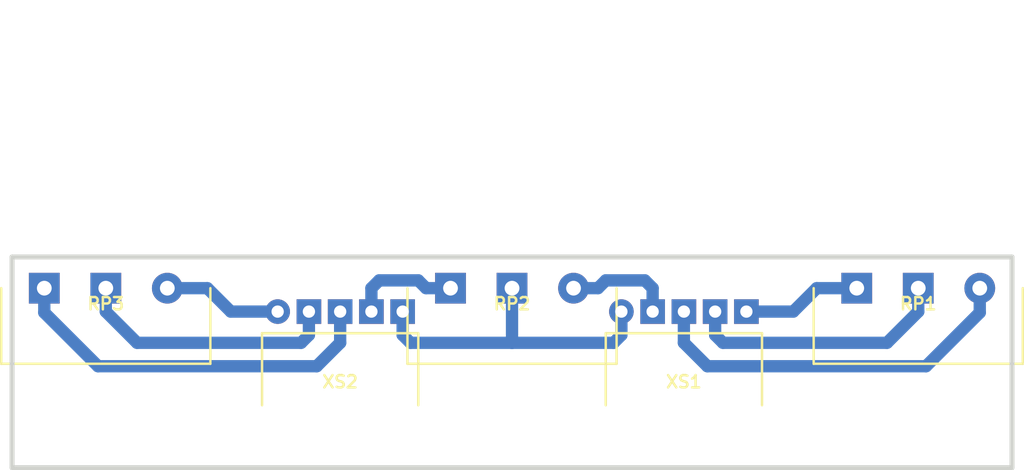
<source format=kicad_pcb>
(kicad_pcb (version 20171130) (host pcbnew 5.1.12-84ad8e8a86~92~ubuntu20.04.1)

  (general
    (thickness 1.6)
    (drawings 4)
    (tracks 43)
    (zones 0)
    (modules 5)
    (nets 10)
  )

  (page A4 portrait)
  (title_block
    (title ТКП-1.20.A-3)
    (date 2023-12-09)
    (rev 1A)
    (company "Salty Phaser Potentiometer Board [REV1A]")
    (comment 1 http://github.com/Adept666)
    (comment 2 "Igor Ivanov (Игорь Иванов)")
    (comment 3 -ТТКРЧПДЛ-)
    (comment 4 "This project is licensed under GNU General Public License v3.0 or later")
  )

  (layers
    (0 F.Cu jumper)
    (31 B.Cu signal)
    (38 B.Mask user)
    (44 Edge.Cuts user)
    (45 Margin user)
    (46 B.CrtYd user)
    (47 F.CrtYd user)
    (49 F.Fab user)
  )

  (setup
    (last_trace_width 1)
    (user_trace_width 0.6)
    (trace_clearance 0)
    (zone_clearance 0.6)
    (zone_45_only no)
    (trace_min 0.2)
    (via_size 2)
    (via_drill 1)
    (via_min_size 0.4)
    (via_min_drill 0.3)
    (uvia_size 0.3)
    (uvia_drill 0.1)
    (uvias_allowed no)
    (uvia_min_size 0)
    (uvia_min_drill 0)
    (edge_width 0.4)
    (segment_width 0.2)
    (pcb_text_width 0.3)
    (pcb_text_size 1.5 1.5)
    (mod_edge_width 0.15)
    (mod_text_size 1 1)
    (mod_text_width 0.15)
    (pad_size 1.6 1.8)
    (pad_drill 0)
    (pad_to_mask_clearance 0.2)
    (solder_mask_min_width 0.1)
    (aux_axis_origin 0 0)
    (visible_elements 7FFFFFFF)
    (pcbplotparams
      (layerselection 0x20000_7ffffffe)
      (usegerberextensions false)
      (usegerberattributes false)
      (usegerberadvancedattributes false)
      (creategerberjobfile false)
      (excludeedgelayer false)
      (linewidth 0.100000)
      (plotframeref true)
      (viasonmask false)
      (mode 1)
      (useauxorigin false)
      (hpglpennumber 1)
      (hpglpenspeed 20)
      (hpglpendiameter 15.000000)
      (psnegative false)
      (psa4output false)
      (plotreference false)
      (plotvalue true)
      (plotinvisibletext false)
      (padsonsilk true)
      (subtractmaskfromsilk false)
      (outputformat 4)
      (mirror false)
      (drillshape 0)
      (scaleselection 1)
      (outputdirectory ""))
  )

  (net 0 "")
  (net 1 "Net-(RP1-Pad3)")
  (net 2 "Net-(RP1-Pad1)")
  (net 3 "Net-(RP1-Pad2)")
  (net 4 "Net-(RP2-Pad3)")
  (net 5 "Net-(RP2-Pad1)")
  (net 6 "Net-(RP2-Pad2)")
  (net 7 "Net-(RP3-Pad3)")
  (net 8 "Net-(RP3-Pad1)")
  (net 9 "Net-(RP3-Pad2)")

  (net_class Default "This is the default net class."
    (clearance 0)
    (trace_width 1)
    (via_dia 2)
    (via_drill 1)
    (uvia_dia 0.3)
    (uvia_drill 0.1)
    (add_net "Net-(RP1-Pad1)")
    (add_net "Net-(RP1-Pad2)")
    (add_net "Net-(RP1-Pad3)")
    (add_net "Net-(RP2-Pad1)")
    (add_net "Net-(RP2-Pad2)")
    (add_net "Net-(RP2-Pad3)")
    (add_net "Net-(RP3-Pad1)")
    (add_net "Net-(RP3-Pad2)")
    (add_net "Net-(RP3-Pad3)")
  )

  (module KCL-TH-SL:RP-PDB181-K-20-P (layer F.Cu) (tedit 60030E39) (tstamp 608AEE6A)
    (at 138.43 142.875 180)
    (path /60859B26)
    (fp_text reference RP1 (at 0 -1.27 180) (layer F.SilkS)
      (effects (font (size 1 1) (thickness 0.2)))
    )
    (fp_text value "RP1: B500K" (at 0 -1.27 180) (layer F.Fab)
      (effects (font (size 1 1) (thickness 0.2)))
    )
    (fp_line (start -7.3 3.35) (end -7.3 5.35) (layer F.Fab) (width 0.2))
    (fp_line (start -8.5 3.35) (end -8.5 5.35) (layer F.Fab) (width 0.2))
    (fp_line (start -8.5 5.35) (end -7.366 5.35) (layer F.Fab) (width 0.2))
    (fp_line (start 8.5 -6.15) (end 8.5 23.35) (layer F.CrtYd) (width 0.1))
    (fp_line (start -8.5 -6.15) (end -8.5 23.35) (layer F.CrtYd) (width 0.1))
    (fp_line (start -8.5 23.35) (end 8.5 23.35) (layer F.CrtYd) (width 0.1))
    (fp_line (start -8.5 -6.15) (end 8.5 -6.15) (layer F.CrtYd) (width 0.1))
    (fp_line (start 8.5 -6.15) (end 8.5 0) (layer F.SilkS) (width 0.2))
    (fp_line (start -8.5 -6.15) (end -8.5 0) (layer F.SilkS) (width 0.2))
    (fp_line (start -8.5 -6.15) (end 8.5 -6.15) (layer F.SilkS) (width 0.2))
    (fp_line (start -3.5 9.85) (end 3.5 9.85) (layer F.Fab) (width 0.2))
    (fp_line (start 3 9.85) (end 3 23.35) (layer F.Fab) (width 0.2))
    (fp_line (start -3 9.85) (end -3 23.35) (layer F.Fab) (width 0.2))
    (fp_line (start 3.5 3.35) (end 3.5 9.85) (layer F.Fab) (width 0.2))
    (fp_line (start -3.5 3.35) (end -3.5 9.85) (layer F.Fab) (width 0.2))
    (fp_line (start 8.5 -6.15) (end 8.5 3.35) (layer F.Fab) (width 0.2))
    (fp_line (start -8.5 -6.15) (end -8.5 3.35) (layer F.Fab) (width 0.2))
    (fp_line (start -3 23.35) (end 3 23.35) (layer F.Fab) (width 0.2))
    (fp_line (start -8.5 3.35) (end 8.5 3.35) (layer F.Fab) (width 0.2))
    (fp_line (start -8.5 -6.15) (end 8.5 -6.15) (layer F.Fab) (width 0.2))
    (pad 2 thru_hole rect (at 0 0 180) (size 2.5 2.5) (drill 1.2) (layers B.Cu B.Mask)
      (net 3 "Net-(RP1-Pad2)"))
    (pad 1 thru_hole circle (at -5 0 180) (size 2.5 2.5) (drill 1.2) (layers B.Cu B.Mask)
      (net 2 "Net-(RP1-Pad1)"))
    (pad 3 thru_hole rect (at 5 0 180) (size 2.5 2.5) (drill 1.2) (layers B.Cu B.Mask)
      (net 1 "Net-(RP1-Pad3)"))
  )

  (module KCL-TH-SL:RP-PDB181-K-20-P (layer F.Cu) (tedit 60030E39) (tstamp 5FE6D9E5)
    (at 105.41 142.875 180)
    (path /5FE7A122)
    (fp_text reference RP2 (at 0 -1.27 180) (layer F.SilkS)
      (effects (font (size 1 1) (thickness 0.2)))
    )
    (fp_text value "RP2: A1K" (at 0 -1.27 180) (layer F.Fab)
      (effects (font (size 1 1) (thickness 0.2)))
    )
    (fp_line (start -8.5 -6.15) (end 8.5 -6.15) (layer F.Fab) (width 0.2))
    (fp_line (start -8.5 3.35) (end 8.5 3.35) (layer F.Fab) (width 0.2))
    (fp_line (start -3 23.35) (end 3 23.35) (layer F.Fab) (width 0.2))
    (fp_line (start -8.5 -6.15) (end -8.5 3.35) (layer F.Fab) (width 0.2))
    (fp_line (start 8.5 -6.15) (end 8.5 3.35) (layer F.Fab) (width 0.2))
    (fp_line (start -3.5 3.35) (end -3.5 9.85) (layer F.Fab) (width 0.2))
    (fp_line (start 3.5 3.35) (end 3.5 9.85) (layer F.Fab) (width 0.2))
    (fp_line (start -3 9.85) (end -3 23.35) (layer F.Fab) (width 0.2))
    (fp_line (start 3 9.85) (end 3 23.35) (layer F.Fab) (width 0.2))
    (fp_line (start -3.5 9.85) (end 3.5 9.85) (layer F.Fab) (width 0.2))
    (fp_line (start -8.5 -6.15) (end 8.5 -6.15) (layer F.SilkS) (width 0.2))
    (fp_line (start -8.5 -6.15) (end -8.5 0) (layer F.SilkS) (width 0.2))
    (fp_line (start 8.5 -6.15) (end 8.5 0) (layer F.SilkS) (width 0.2))
    (fp_line (start -8.5 -6.15) (end 8.5 -6.15) (layer F.CrtYd) (width 0.1))
    (fp_line (start -8.5 23.35) (end 8.5 23.35) (layer F.CrtYd) (width 0.1))
    (fp_line (start -8.5 -6.15) (end -8.5 23.35) (layer F.CrtYd) (width 0.1))
    (fp_line (start 8.5 -6.15) (end 8.5 23.35) (layer F.CrtYd) (width 0.1))
    (fp_line (start -8.5 5.35) (end -7.366 5.35) (layer F.Fab) (width 0.2))
    (fp_line (start -8.5 3.35) (end -8.5 5.35) (layer F.Fab) (width 0.2))
    (fp_line (start -7.3 3.35) (end -7.3 5.35) (layer F.Fab) (width 0.2))
    (pad 3 thru_hole rect (at 5 0 180) (size 2.5 2.5) (drill 1.2) (layers B.Cu B.Mask)
      (net 4 "Net-(RP2-Pad3)"))
    (pad 1 thru_hole circle (at -5 0 180) (size 2.5 2.5) (drill 1.2) (layers B.Cu B.Mask)
      (net 5 "Net-(RP2-Pad1)"))
    (pad 2 thru_hole rect (at 0 0 180) (size 2.5 2.5) (drill 1.2) (layers B.Cu B.Mask)
      (net 6 "Net-(RP2-Pad2)"))
  )

  (module KCL-TH-SL:RP-PDB181-K-20-P (layer F.Cu) (tedit 60030E39) (tstamp 608AEDE7)
    (at 72.39 142.875 180)
    (path /60857FB0)
    (fp_text reference RP3 (at 0 -1.27 180) (layer F.SilkS)
      (effects (font (size 1 1) (thickness 0.2)))
    )
    (fp_text value "RP3: B100K" (at 0 -1.27 180) (layer F.Fab)
      (effects (font (size 1 1) (thickness 0.2)))
    )
    (fp_line (start -8.5 -6.15) (end 8.5 -6.15) (layer F.Fab) (width 0.2))
    (fp_line (start -8.5 3.35) (end 8.5 3.35) (layer F.Fab) (width 0.2))
    (fp_line (start -3 23.35) (end 3 23.35) (layer F.Fab) (width 0.2))
    (fp_line (start -8.5 -6.15) (end -8.5 3.35) (layer F.Fab) (width 0.2))
    (fp_line (start 8.5 -6.15) (end 8.5 3.35) (layer F.Fab) (width 0.2))
    (fp_line (start -3.5 3.35) (end -3.5 9.85) (layer F.Fab) (width 0.2))
    (fp_line (start 3.5 3.35) (end 3.5 9.85) (layer F.Fab) (width 0.2))
    (fp_line (start -3 9.85) (end -3 23.35) (layer F.Fab) (width 0.2))
    (fp_line (start 3 9.85) (end 3 23.35) (layer F.Fab) (width 0.2))
    (fp_line (start -3.5 9.85) (end 3.5 9.85) (layer F.Fab) (width 0.2))
    (fp_line (start -8.5 -6.15) (end 8.5 -6.15) (layer F.SilkS) (width 0.2))
    (fp_line (start -8.5 -6.15) (end -8.5 0) (layer F.SilkS) (width 0.2))
    (fp_line (start 8.5 -6.15) (end 8.5 0) (layer F.SilkS) (width 0.2))
    (fp_line (start -8.5 -6.15) (end 8.5 -6.15) (layer F.CrtYd) (width 0.1))
    (fp_line (start -8.5 23.35) (end 8.5 23.35) (layer F.CrtYd) (width 0.1))
    (fp_line (start -8.5 -6.15) (end -8.5 23.35) (layer F.CrtYd) (width 0.1))
    (fp_line (start 8.5 -6.15) (end 8.5 23.35) (layer F.CrtYd) (width 0.1))
    (fp_line (start -8.5 5.35) (end -7.366 5.35) (layer F.Fab) (width 0.2))
    (fp_line (start -8.5 3.35) (end -8.5 5.35) (layer F.Fab) (width 0.2))
    (fp_line (start -7.3 3.35) (end -7.3 5.35) (layer F.Fab) (width 0.2))
    (pad 3 thru_hole rect (at 5 0 180) (size 2.5 2.5) (drill 1.2) (layers B.Cu B.Mask)
      (net 7 "Net-(RP3-Pad3)"))
    (pad 1 thru_hole circle (at -5 0 180) (size 2.5 2.5) (drill 1.2) (layers B.Cu B.Mask)
      (net 8 "Net-(RP3-Pad1)"))
    (pad 2 thru_hole rect (at 0 0 180) (size 2.5 2.5) (drill 1.2) (layers B.Cu B.Mask)
      (net 9 "Net-(RP3-Pad2)"))
  )

  (module KCL-TH-SL:CON-PBS-05R (layer F.Cu) (tedit 62D29120) (tstamp 6083D2A8)
    (at 119.38 144.78)
    (path /60031E05)
    (fp_text reference XS1 (at 0 5.715) (layer F.SilkS)
      (effects (font (size 1 1) (thickness 0.2)))
    )
    (fp_text value PBS-05R (at 0 5.715) (layer F.Fab)
      (effects (font (size 1 1) (thickness 0.2)))
    )
    (fp_line (start 6.35 -0.5) (end 6.35 10.16) (layer F.CrtYd) (width 0.1))
    (fp_line (start -6.35 -0.5) (end -6.35 10.16) (layer F.CrtYd) (width 0.1))
    (fp_line (start -6.35 10.16) (end 6.35 10.16) (layer F.CrtYd) (width 0.1))
    (fp_line (start -6.35 -0.5) (end 6.35 -0.5) (layer F.CrtYd) (width 0.1))
    (fp_line (start 6.35 1.76) (end 6.35 7.62) (layer F.SilkS) (width 0.2))
    (fp_line (start -6.35 1.76) (end -6.35 7.62) (layer F.SilkS) (width 0.2))
    (fp_line (start -6.35 1.76) (end 6.35 1.76) (layer F.SilkS) (width 0.2))
    (fp_line (start -6.35 1.76) (end 6.35 1.76) (layer F.Fab) (width 0.2))
    (fp_line (start -6.35 10.16) (end 6.35 10.16) (layer F.Fab) (width 0.2))
    (fp_line (start -6.35 1.76) (end -6.35 10.16) (layer F.Fab) (width 0.2))
    (fp_line (start 6.35 1.76) (end 6.35 10.16) (layer F.Fab) (width 0.2))
    (pad 5 thru_hole rect (at 5.08 0) (size 2 2) (drill 1) (layers B.Cu B.Mask)
      (net 1 "Net-(RP1-Pad3)"))
    (pad 4 thru_hole rect (at 2.54 0) (size 2 2) (drill 1) (layers B.Cu B.Mask)
      (net 3 "Net-(RP1-Pad2)"))
    (pad 1 thru_hole circle (at -5.08 0) (size 2 2) (drill 1) (layers B.Cu B.Mask)
      (net 6 "Net-(RP2-Pad2)"))
    (pad 2 thru_hole rect (at -2.54 0) (size 2 2) (drill 1) (layers B.Cu B.Mask)
      (net 5 "Net-(RP2-Pad1)"))
    (pad 3 thru_hole rect (at 0 0) (size 2 2) (drill 1) (layers B.Cu B.Mask)
      (net 2 "Net-(RP1-Pad1)"))
  )

  (module KCL-TH-SL:CON-PBS-05R (layer F.Cu) (tedit 62D29120) (tstamp 60031F53)
    (at 91.44 144.78)
    (path /600A2C72)
    (fp_text reference XS2 (at 0 5.715) (layer F.SilkS)
      (effects (font (size 1 1) (thickness 0.2)))
    )
    (fp_text value PBS-05R (at 0 5.715) (layer F.Fab)
      (effects (font (size 1 1) (thickness 0.2)))
    )
    (fp_line (start 6.35 -0.5) (end 6.35 10.16) (layer F.CrtYd) (width 0.1))
    (fp_line (start -6.35 -0.5) (end -6.35 10.16) (layer F.CrtYd) (width 0.1))
    (fp_line (start -6.35 10.16) (end 6.35 10.16) (layer F.CrtYd) (width 0.1))
    (fp_line (start -6.35 -0.5) (end 6.35 -0.5) (layer F.CrtYd) (width 0.1))
    (fp_line (start 6.35 1.76) (end 6.35 7.62) (layer F.SilkS) (width 0.2))
    (fp_line (start -6.35 1.76) (end -6.35 7.62) (layer F.SilkS) (width 0.2))
    (fp_line (start -6.35 1.76) (end 6.35 1.76) (layer F.SilkS) (width 0.2))
    (fp_line (start -6.35 1.76) (end 6.35 1.76) (layer F.Fab) (width 0.2))
    (fp_line (start -6.35 10.16) (end 6.35 10.16) (layer F.Fab) (width 0.2))
    (fp_line (start -6.35 1.76) (end -6.35 10.16) (layer F.Fab) (width 0.2))
    (fp_line (start 6.35 1.76) (end 6.35 10.16) (layer F.Fab) (width 0.2))
    (pad 5 thru_hole rect (at 5.08 0) (size 2 2) (drill 1) (layers B.Cu B.Mask)
      (net 6 "Net-(RP2-Pad2)"))
    (pad 4 thru_hole rect (at 2.54 0) (size 2 2) (drill 1) (layers B.Cu B.Mask)
      (net 4 "Net-(RP2-Pad3)"))
    (pad 1 thru_hole circle (at -5.08 0) (size 2 2) (drill 1) (layers B.Cu B.Mask)
      (net 8 "Net-(RP3-Pad1)"))
    (pad 2 thru_hole rect (at -2.54 0) (size 2 2) (drill 1) (layers B.Cu B.Mask)
      (net 9 "Net-(RP3-Pad2)"))
    (pad 3 thru_hole rect (at 0 0) (size 2 2) (drill 1) (layers B.Cu B.Mask)
      (net 7 "Net-(RP3-Pad3)"))
  )

  (gr_line (start 146.05 140.335) (end 146.05 157.48) (layer Edge.Cuts) (width 0.4) (tstamp 5FE6F872))
  (gr_line (start 64.77 140.335) (end 64.77 157.48) (layer Edge.Cuts) (width 0.4) (tstamp 5FE6F872))
  (gr_line (start 64.77 157.48) (end 146.05 157.48) (layer Edge.Cuts) (width 0.4) (tstamp 5FE6FAB1))
  (gr_line (start 64.77 140.335) (end 146.05 140.335) (layer Edge.Cuts) (width 0.4) (tstamp 5FE6F86E))

  (segment (start 133.43 142.875) (end 130.175 142.875) (width 1) (layer B.Cu) (net 1))
  (segment (start 130.175 142.875) (end 128.27 144.78) (width 1) (layer B.Cu) (net 1))
  (segment (start 128.27 144.78) (end 124.46 144.78) (width 1) (layer B.Cu) (net 1))
  (segment (start 143.43 142.875) (end 143.43 144.86) (width 1) (layer B.Cu) (net 2))
  (segment (start 143.43 144.86) (end 139.065 149.225) (width 1) (layer B.Cu) (net 2))
  (segment (start 119.38 147.32) (end 119.38 144.78) (width 1) (layer B.Cu) (net 2))
  (segment (start 139.065 149.225) (end 121.285 149.225) (width 1) (layer B.Cu) (net 2))
  (segment (start 121.285 149.225) (end 119.38 147.32) (width 1) (layer B.Cu) (net 2))
  (segment (start 138.43 142.875) (end 138.43 144.78) (width 1) (layer B.Cu) (net 3))
  (segment (start 138.43 144.78) (end 135.89 147.32) (width 1) (layer B.Cu) (net 3))
  (segment (start 121.92 146.685) (end 121.92 144.78) (width 1) (layer B.Cu) (net 3))
  (segment (start 135.89 147.32) (end 122.555 147.32) (width 1) (layer B.Cu) (net 3))
  (segment (start 122.555 147.32) (end 121.92 146.685) (width 1) (layer B.Cu) (net 3))
  (segment (start 93.98 142.875) (end 93.98 144.78) (width 1) (layer B.Cu) (net 4))
  (segment (start 97.79 142.24) (end 94.615 142.24) (width 1) (layer B.Cu) (net 4))
  (segment (start 100.41 142.875) (end 98.425 142.875) (width 1) (layer B.Cu) (net 4))
  (segment (start 94.615 142.24) (end 93.98 142.875) (width 1) (layer B.Cu) (net 4))
  (segment (start 98.425 142.875) (end 97.79 142.24) (width 1) (layer B.Cu) (net 4))
  (segment (start 110.41 142.875) (end 112.395 142.875) (width 1) (layer B.Cu) (net 5))
  (segment (start 112.395 142.875) (end 113.03 142.24) (width 1) (layer B.Cu) (net 5))
  (segment (start 113.03 142.24) (end 116.205 142.24) (width 1) (layer B.Cu) (net 5))
  (segment (start 116.205 142.24) (end 116.84 142.875) (width 1) (layer B.Cu) (net 5))
  (segment (start 116.84 142.875) (end 116.84 144.78) (width 1) (layer B.Cu) (net 5))
  (segment (start 96.52 144.78) (end 96.52 146.685) (width 1) (layer B.Cu) (net 6))
  (segment (start 96.52 146.685) (end 97.155 147.32) (width 1) (layer B.Cu) (net 6))
  (segment (start 114.3 144.78) (end 114.3 146.685) (width 1) (layer B.Cu) (net 6))
  (segment (start 114.3 146.685) (end 113.665 147.32) (width 1) (layer B.Cu) (net 6))
  (segment (start 105.41 142.875) (end 105.41 147.32) (width 1) (layer B.Cu) (net 6))
  (segment (start 97.155 147.32) (end 105.41 147.32) (width 1) (layer B.Cu) (net 6))
  (segment (start 113.665 147.32) (end 105.41 147.32) (width 1) (layer B.Cu) (net 6))
  (segment (start 67.39 142.875) (end 67.39 144.86) (width 1) (layer B.Cu) (net 7))
  (segment (start 67.39 144.86) (end 71.755 149.225) (width 1) (layer B.Cu) (net 7))
  (segment (start 91.44 147.32) (end 91.44 144.78) (width 1) (layer B.Cu) (net 7))
  (segment (start 71.755 149.225) (end 89.535 149.225) (width 1) (layer B.Cu) (net 7))
  (segment (start 89.535 149.225) (end 91.44 147.32) (width 1) (layer B.Cu) (net 7))
  (segment (start 77.39 142.875) (end 80.645 142.875) (width 1) (layer B.Cu) (net 8))
  (segment (start 80.645 142.875) (end 82.55 144.78) (width 1) (layer B.Cu) (net 8))
  (segment (start 82.55 144.78) (end 86.36 144.78) (width 1) (layer B.Cu) (net 8))
  (segment (start 72.39 144.78) (end 74.93 147.32) (width 1) (layer B.Cu) (net 9))
  (segment (start 72.39 142.875) (end 72.39 144.78) (width 1) (layer B.Cu) (net 9))
  (segment (start 88.9 146.685) (end 88.9 144.78) (width 1) (layer B.Cu) (net 9))
  (segment (start 74.93 147.32) (end 88.265 147.32) (width 1) (layer B.Cu) (net 9))
  (segment (start 88.265 147.32) (end 88.9 146.685) (width 1) (layer B.Cu) (net 9))

)

</source>
